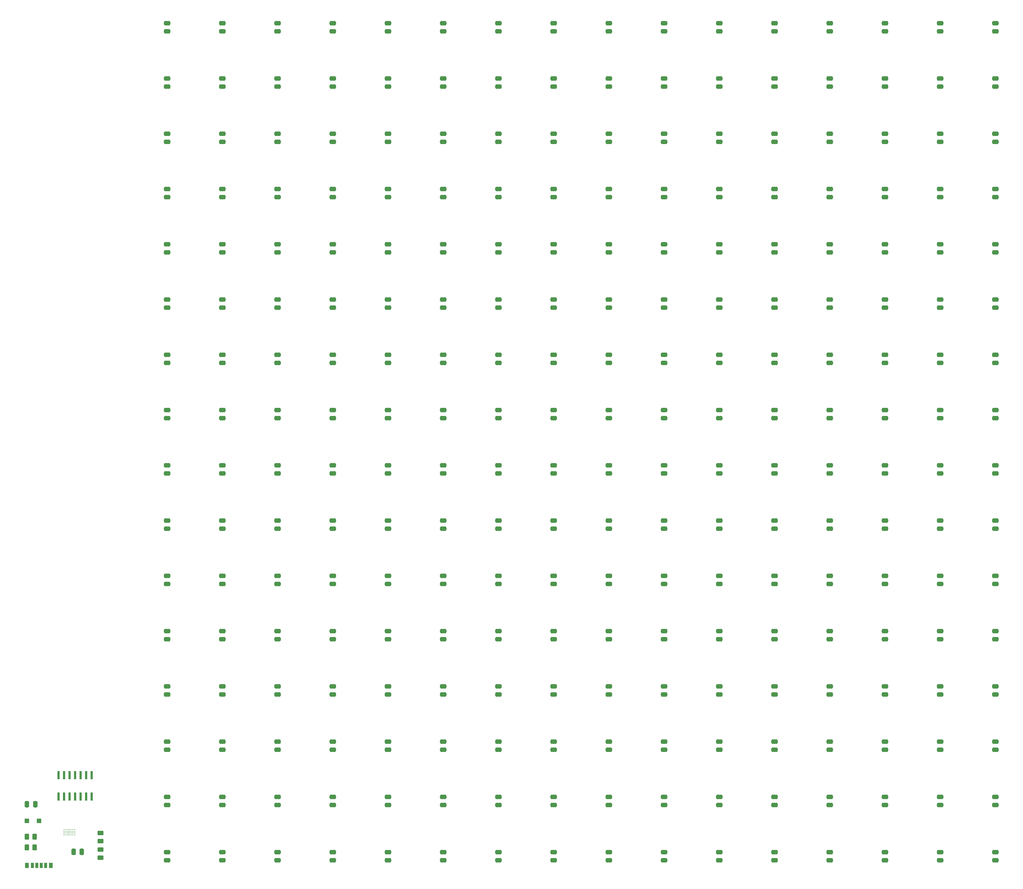
<source format=gbr>
%TF.GenerationSoftware,KiCad,Pcbnew,(7.0.0-0)*%
%TF.CreationDate,2023-09-26T09:25:19-06:00*%
%TF.ProjectId,led-matrix-v2-0,6c65642d-6d61-4747-9269-782d76322d30,4*%
%TF.SameCoordinates,Original*%
%TF.FileFunction,Paste,Bot*%
%TF.FilePolarity,Positive*%
%FSLAX46Y46*%
G04 Gerber Fmt 4.6, Leading zero omitted, Abs format (unit mm)*
G04 Created by KiCad (PCBNEW (7.0.0-0)) date 2023-09-26 09:25:19*
%MOMM*%
%LPD*%
G01*
G04 APERTURE LIST*
G04 Aperture macros list*
%AMRoundRect*
0 Rectangle with rounded corners*
0 $1 Rounding radius*
0 $2 $3 $4 $5 $6 $7 $8 $9 X,Y pos of 4 corners*
0 Add a 4 corners polygon primitive as box body*
4,1,4,$2,$3,$4,$5,$6,$7,$8,$9,$2,$3,0*
0 Add four circle primitives for the rounded corners*
1,1,$1+$1,$2,$3*
1,1,$1+$1,$4,$5*
1,1,$1+$1,$6,$7*
1,1,$1+$1,$8,$9*
0 Add four rect primitives between the rounded corners*
20,1,$1+$1,$2,$3,$4,$5,0*
20,1,$1+$1,$4,$5,$6,$7,0*
20,1,$1+$1,$6,$7,$8,$9,0*
20,1,$1+$1,$8,$9,$2,$3,0*%
G04 Aperture macros list end*
%ADD10RoundRect,0.250000X-0.475000X0.250000X-0.475000X-0.250000X0.475000X-0.250000X0.475000X0.250000X0*%
%ADD11R,0.558800X1.981200*%
%ADD12RoundRect,0.250000X-0.450000X0.262500X-0.450000X-0.262500X0.450000X-0.262500X0.450000X0.262500X0*%
%ADD13RoundRect,0.250000X0.262500X0.450000X-0.262500X0.450000X-0.262500X-0.450000X0.262500X-0.450000X0*%
%ADD14RoundRect,0.250000X0.300000X0.300000X-0.300000X0.300000X-0.300000X-0.300000X0.300000X-0.300000X0*%
%ADD15RoundRect,0.250000X0.250000X0.475000X-0.250000X0.475000X-0.250000X-0.475000X0.250000X-0.475000X0*%
%ADD16R,0.700000X1.150000*%
%ADD17R,0.800000X1.150000*%
%ADD18R,0.900000X1.150000*%
%ADD19RoundRect,0.250000X0.450000X-0.262500X0.450000X0.262500X-0.450000X0.262500X-0.450000X-0.262500X0*%
%ADD20C,0.230000*%
G04 APERTURE END LIST*
D10*
%TO.C,C228*%
X235712000Y-100650000D03*
X235712000Y-102550000D03*
%TD*%
%TO.C,C36*%
X134112000Y-202250000D03*
X134112000Y-204150000D03*
%TD*%
%TO.C,C19*%
X108712000Y-214950000D03*
X108712000Y-216850000D03*
%TD*%
%TO.C,C90*%
X223012000Y-164150000D03*
X223012000Y-166050000D03*
%TD*%
%TO.C,C208*%
X197612000Y-138750000D03*
X197612000Y-140650000D03*
%TD*%
%TO.C,C153*%
X121412000Y-49850000D03*
X121412000Y-51750000D03*
%TD*%
%TO.C,C47*%
X146812000Y-227650000D03*
X146812000Y-229550000D03*
%TD*%
%TO.C,C200*%
X184912000Y-49850000D03*
X184912000Y-51750000D03*
%TD*%
%TO.C,C28*%
X121412000Y-189550000D03*
X121412000Y-191450000D03*
%TD*%
%TO.C,C173*%
X146812000Y-100650000D03*
X146812000Y-102550000D03*
%TD*%
%TO.C,C220*%
X223012000Y-87950000D03*
X223012000Y-89850000D03*
%TD*%
%TO.C,C113*%
X261112000Y-240350000D03*
X261112000Y-242250000D03*
%TD*%
%TO.C,C100*%
X235712000Y-202250000D03*
X235712000Y-204150000D03*
%TD*%
%TO.C,C162*%
X134112000Y-126050000D03*
X134112000Y-127950000D03*
%TD*%
%TO.C,C215*%
X210312000Y-62550000D03*
X210312000Y-64450000D03*
%TD*%
%TO.C,C27*%
X121412000Y-176850000D03*
X121412000Y-178750000D03*
%TD*%
%TO.C,C53*%
X159512000Y-189550000D03*
X159512000Y-191450000D03*
%TD*%
%TO.C,C59*%
X172212000Y-176850000D03*
X172212000Y-178750000D03*
%TD*%
%TO.C,C256*%
X273812000Y-138750000D03*
X273812000Y-140650000D03*
%TD*%
%TO.C,C125*%
X273812000Y-202250000D03*
X273812000Y-204150000D03*
%TD*%
%TO.C,C23*%
X108712000Y-164150000D03*
X108712000Y-166050000D03*
%TD*%
%TO.C,C167*%
X134112000Y-62550000D03*
X134112000Y-64450000D03*
%TD*%
%TO.C,C108*%
X248412000Y-189550000D03*
X248412000Y-191450000D03*
%TD*%
%TO.C,C166*%
X134112000Y-75250000D03*
X134112000Y-77150000D03*
%TD*%
%TO.C,C52*%
X159512000Y-202250000D03*
X159512000Y-204150000D03*
%TD*%
%TO.C,C140*%
X96012000Y-87950000D03*
X96012000Y-89850000D03*
%TD*%
%TO.C,C150*%
X108712000Y-75250000D03*
X108712000Y-77150000D03*
%TD*%
%TO.C,C135*%
X83312000Y-62550000D03*
X83312000Y-64450000D03*
%TD*%
%TO.C,C211*%
X210312000Y-113350000D03*
X210312000Y-115250000D03*
%TD*%
%TO.C,C73*%
X197612000Y-151450000D03*
X197612000Y-153350000D03*
%TD*%
%TO.C,C172*%
X146812000Y-87950000D03*
X146812000Y-89850000D03*
%TD*%
%TO.C,C196*%
X184912000Y-100650000D03*
X184912000Y-102550000D03*
%TD*%
%TO.C,C199*%
X184912000Y-62550000D03*
X184912000Y-64450000D03*
%TD*%
%TO.C,C65*%
X184912000Y-240350000D03*
X184912000Y-242250000D03*
%TD*%
%TO.C,C4*%
X83312000Y-202250000D03*
X83312000Y-204150000D03*
%TD*%
%TO.C,C239*%
X248412000Y-126050000D03*
X248412000Y-127950000D03*
%TD*%
%TO.C,C78*%
X197612000Y-214950000D03*
X197612000Y-216850000D03*
%TD*%
%TO.C,C242*%
X261112000Y-126050000D03*
X261112000Y-127950000D03*
%TD*%
%TO.C,C243*%
X261112000Y-113350000D03*
X261112000Y-115250000D03*
%TD*%
%TO.C,C210*%
X210312000Y-126050000D03*
X210312000Y-127950000D03*
%TD*%
%TO.C,C88*%
X210312000Y-151450000D03*
X210312000Y-153350000D03*
%TD*%
%TO.C,C67*%
X184912000Y-214950000D03*
X184912000Y-216850000D03*
%TD*%
%TO.C,C231*%
X235712000Y-62550000D03*
X235712000Y-64450000D03*
%TD*%
%TO.C,C112*%
X248412000Y-240350000D03*
X248412000Y-242250000D03*
%TD*%
%TO.C,C136*%
X83312000Y-49850000D03*
X83312000Y-51750000D03*
%TD*%
%TO.C,C193*%
X184912000Y-138750000D03*
X184912000Y-140650000D03*
%TD*%
%TO.C,C17*%
X108712000Y-240350000D03*
X108712000Y-242250000D03*
%TD*%
%TO.C,C158*%
X121412000Y-113350000D03*
X121412000Y-115250000D03*
%TD*%
%TO.C,C160*%
X121412000Y-138750000D03*
X121412000Y-140650000D03*
%TD*%
D11*
%TO.C,U1*%
X65909999Y-227563799D03*
X64639999Y-227563799D03*
X63369999Y-227563799D03*
X62099999Y-227563799D03*
X60829999Y-227563799D03*
X59559999Y-227563799D03*
X58289999Y-227563799D03*
X58289999Y-222636199D03*
X59559999Y-222636199D03*
X60829999Y-222636199D03*
X62099999Y-222636199D03*
X63369999Y-222636199D03*
X64639999Y-222636199D03*
X65909999Y-222636199D03*
%TD*%
D10*
%TO.C,C101*%
X235712000Y-189550000D03*
X235712000Y-191450000D03*
%TD*%
%TO.C,C185*%
X172212000Y-49850000D03*
X172212000Y-51750000D03*
%TD*%
%TO.C,C99*%
X235712000Y-214950000D03*
X235712000Y-216850000D03*
%TD*%
%TO.C,C76*%
X197612000Y-189550000D03*
X197612000Y-191450000D03*
%TD*%
%TO.C,C70*%
X184912000Y-176850000D03*
X184912000Y-178750000D03*
%TD*%
%TO.C,C84*%
X210312000Y-202250000D03*
X210312000Y-204150000D03*
%TD*%
%TO.C,C226*%
X235712000Y-126050000D03*
X235712000Y-127950000D03*
%TD*%
%TO.C,C72*%
X184912000Y-151450000D03*
X184912000Y-153350000D03*
%TD*%
%TO.C,C223*%
X223012000Y-126050000D03*
X223012000Y-127950000D03*
%TD*%
%TO.C,C50*%
X159512000Y-227650000D03*
X159512000Y-229550000D03*
%TD*%
%TO.C,C39*%
X134112000Y-164150000D03*
X134112000Y-166050000D03*
%TD*%
%TO.C,C41*%
X146812000Y-151450000D03*
X146812000Y-153350000D03*
%TD*%
%TO.C,C25*%
X121412000Y-151450000D03*
X121412000Y-153350000D03*
%TD*%
%TO.C,C33*%
X134112000Y-240350000D03*
X134112000Y-242250000D03*
%TD*%
%TO.C,C232*%
X235712000Y-49850000D03*
X235712000Y-51750000D03*
%TD*%
%TO.C,C109*%
X248412000Y-202250000D03*
X248412000Y-204150000D03*
%TD*%
%TO.C,C44*%
X146812000Y-189550000D03*
X146812000Y-191450000D03*
%TD*%
%TO.C,C251*%
X273812000Y-75250000D03*
X273812000Y-77150000D03*
%TD*%
%TO.C,C168*%
X134112000Y-49850000D03*
X134112000Y-51750000D03*
%TD*%
%TO.C,C130*%
X83312000Y-126050000D03*
X83312000Y-127950000D03*
%TD*%
%TO.C,C222*%
X223012000Y-113350000D03*
X223012000Y-115250000D03*
%TD*%
%TO.C,C147*%
X108712000Y-113350000D03*
X108712000Y-115250000D03*
%TD*%
%TO.C,C237*%
X248412000Y-100650000D03*
X248412000Y-102550000D03*
%TD*%
%TO.C,C82*%
X210312000Y-227650000D03*
X210312000Y-229550000D03*
%TD*%
%TO.C,C1*%
X83312000Y-240350000D03*
X83312000Y-242250000D03*
%TD*%
%TO.C,C213*%
X210312000Y-87950000D03*
X210312000Y-89850000D03*
%TD*%
%TO.C,C35*%
X134112000Y-214950000D03*
X134112000Y-216850000D03*
%TD*%
%TO.C,C77*%
X197612000Y-202250000D03*
X197612000Y-204150000D03*
%TD*%
%TO.C,C138*%
X96012000Y-62550000D03*
X96012000Y-64450000D03*
%TD*%
%TO.C,C204*%
X197612000Y-87950000D03*
X197612000Y-89850000D03*
%TD*%
%TO.C,C157*%
X121412000Y-100650000D03*
X121412000Y-102550000D03*
%TD*%
%TO.C,C155*%
X121412000Y-75250000D03*
X121412000Y-77150000D03*
%TD*%
%TO.C,C119*%
X261112000Y-164150000D03*
X261112000Y-166050000D03*
%TD*%
%TO.C,C206*%
X197612000Y-113350000D03*
X197612000Y-115250000D03*
%TD*%
%TO.C,C61*%
X172212000Y-202250000D03*
X172212000Y-204150000D03*
%TD*%
D12*
%TO.C,R4*%
X68000000Y-239775000D03*
X68000000Y-241600000D03*
%TD*%
D10*
%TO.C,C207*%
X197612000Y-126050000D03*
X197612000Y-127950000D03*
%TD*%
%TO.C,C221*%
X223012000Y-100650000D03*
X223012000Y-102550000D03*
%TD*%
%TO.C,C230*%
X235712000Y-75250000D03*
X235712000Y-77150000D03*
%TD*%
%TO.C,C9*%
X96012000Y-151450000D03*
X96012000Y-153350000D03*
%TD*%
%TO.C,C79*%
X197612000Y-227650000D03*
X197612000Y-229550000D03*
%TD*%
%TO.C,C252*%
X273812000Y-87950000D03*
X273812000Y-89850000D03*
%TD*%
%TO.C,C143*%
X96012000Y-126050000D03*
X96012000Y-127950000D03*
%TD*%
%TO.C,C188*%
X172212000Y-87950000D03*
X172212000Y-89850000D03*
%TD*%
%TO.C,C121*%
X273812000Y-151450000D03*
X273812000Y-153350000D03*
%TD*%
%TO.C,C192*%
X172212000Y-138750000D03*
X172212000Y-140650000D03*
%TD*%
D13*
%TO.C,R1*%
X52825000Y-239300000D03*
X51000000Y-239300000D03*
%TD*%
D10*
%TO.C,C7*%
X83312000Y-164150000D03*
X83312000Y-166050000D03*
%TD*%
%TO.C,C16*%
X96012000Y-240350000D03*
X96012000Y-242250000D03*
%TD*%
%TO.C,C152*%
X108712000Y-49850000D03*
X108712000Y-51750000D03*
%TD*%
%TO.C,C187*%
X172212000Y-75250000D03*
X172212000Y-77150000D03*
%TD*%
%TO.C,C212*%
X210312000Y-100650000D03*
X210312000Y-102550000D03*
%TD*%
%TO.C,C198*%
X184912000Y-75250000D03*
X184912000Y-77150000D03*
%TD*%
%TO.C,C194*%
X184912000Y-126050000D03*
X184912000Y-127950000D03*
%TD*%
%TO.C,C144*%
X96012000Y-138750000D03*
X96012000Y-140650000D03*
%TD*%
%TO.C,C129*%
X83312000Y-138750000D03*
X83312000Y-140650000D03*
%TD*%
%TO.C,C142*%
X96012000Y-113350000D03*
X96012000Y-115250000D03*
%TD*%
%TO.C,C191*%
X172212000Y-126050000D03*
X172212000Y-127950000D03*
%TD*%
%TO.C,C37*%
X134112000Y-189550000D03*
X134112000Y-191450000D03*
%TD*%
%TO.C,C248*%
X261112000Y-49850000D03*
X261112000Y-51750000D03*
%TD*%
%TO.C,C240*%
X248412000Y-138750000D03*
X248412000Y-140650000D03*
%TD*%
%TO.C,C159*%
X121412000Y-126050000D03*
X121412000Y-127950000D03*
%TD*%
%TO.C,C236*%
X248412000Y-87950000D03*
X248412000Y-89850000D03*
%TD*%
%TO.C,C137*%
X96012000Y-49850000D03*
X96012000Y-51750000D03*
%TD*%
%TO.C,C95*%
X223012000Y-227650000D03*
X223012000Y-229550000D03*
%TD*%
%TO.C,C224*%
X223012000Y-138750000D03*
X223012000Y-140650000D03*
%TD*%
%TO.C,C55*%
X159512000Y-164150000D03*
X159512000Y-166050000D03*
%TD*%
%TO.C,C169*%
X146812000Y-49850000D03*
X146812000Y-51750000D03*
%TD*%
%TO.C,C146*%
X108712000Y-126050000D03*
X108712000Y-127950000D03*
%TD*%
%TO.C,C132*%
X83312000Y-100650000D03*
X83312000Y-102550000D03*
%TD*%
%TO.C,C209*%
X210312000Y-138750000D03*
X210312000Y-140650000D03*
%TD*%
%TO.C,C244*%
X261112000Y-100650000D03*
X261112000Y-102550000D03*
%TD*%
%TO.C,C31*%
X121412000Y-227650000D03*
X121412000Y-229550000D03*
%TD*%
D14*
%TO.C,D257*%
X53800000Y-233200000D03*
X51000000Y-233200000D03*
%TD*%
D10*
%TO.C,C64*%
X172212000Y-240350000D03*
X172212000Y-242250000D03*
%TD*%
%TO.C,C18*%
X108712000Y-227650000D03*
X108712000Y-229550000D03*
%TD*%
%TO.C,C56*%
X159512000Y-151450000D03*
X159512000Y-153350000D03*
%TD*%
%TO.C,C80*%
X197612000Y-240350000D03*
X197612000Y-242250000D03*
%TD*%
%TO.C,C134*%
X83312000Y-75250000D03*
X83312000Y-77150000D03*
%TD*%
D15*
%TO.C,C257*%
X52950000Y-229400000D03*
X51050000Y-229400000D03*
%TD*%
D10*
%TO.C,C111*%
X248412000Y-227650000D03*
X248412000Y-229550000D03*
%TD*%
%TO.C,C69*%
X184912000Y-189550000D03*
X184912000Y-191450000D03*
%TD*%
D16*
%TO.C,J2*%
X54299999Y-243394999D03*
D17*
X52279999Y-243394999D03*
D18*
X51049999Y-243394999D03*
D16*
X53299999Y-243394999D03*
D17*
X55319999Y-243394999D03*
D18*
X56549999Y-243394999D03*
%TD*%
D10*
%TO.C,C93*%
X223012000Y-202250000D03*
X223012000Y-204150000D03*
%TD*%
%TO.C,C184*%
X159512000Y-49850000D03*
X159512000Y-51750000D03*
%TD*%
%TO.C,C66*%
X184912000Y-227650000D03*
X184912000Y-229550000D03*
%TD*%
%TO.C,C87*%
X210312000Y-164150000D03*
X210312000Y-166050000D03*
%TD*%
%TO.C,C5*%
X83312000Y-189550000D03*
X83312000Y-191450000D03*
%TD*%
%TO.C,C171*%
X146812000Y-75250000D03*
X146812000Y-77150000D03*
%TD*%
%TO.C,C20*%
X108712000Y-202250000D03*
X108712000Y-204150000D03*
%TD*%
%TO.C,C68*%
X184912000Y-202250000D03*
X184912000Y-204150000D03*
%TD*%
%TO.C,C81*%
X210312000Y-240350000D03*
X210312000Y-242250000D03*
%TD*%
%TO.C,C156*%
X121412000Y-87950000D03*
X121412000Y-89850000D03*
%TD*%
%TO.C,C107*%
X248412000Y-176850000D03*
X248412000Y-178750000D03*
%TD*%
%TO.C,C98*%
X235712000Y-227650000D03*
X235712000Y-229550000D03*
%TD*%
%TO.C,C216*%
X210312000Y-49850000D03*
X210312000Y-51750000D03*
%TD*%
%TO.C,C63*%
X172212000Y-227650000D03*
X172212000Y-229550000D03*
%TD*%
%TO.C,C13*%
X96012000Y-202250000D03*
X96012000Y-204150000D03*
%TD*%
%TO.C,C180*%
X159512000Y-100650000D03*
X159512000Y-102550000D03*
%TD*%
%TO.C,C106*%
X248412000Y-164150000D03*
X248412000Y-166050000D03*
%TD*%
%TO.C,C15*%
X96012000Y-227650000D03*
X96012000Y-229550000D03*
%TD*%
%TO.C,C38*%
X134112000Y-176850000D03*
X134112000Y-178750000D03*
%TD*%
%TO.C,C22*%
X108712000Y-176850000D03*
X108712000Y-178750000D03*
%TD*%
%TO.C,C115*%
X261112000Y-214950000D03*
X261112000Y-216850000D03*
%TD*%
%TO.C,C148*%
X108712000Y-100650000D03*
X108712000Y-102550000D03*
%TD*%
%TO.C,C49*%
X159512000Y-240350000D03*
X159512000Y-242250000D03*
%TD*%
%TO.C,C190*%
X172212000Y-113350000D03*
X172212000Y-115250000D03*
%TD*%
%TO.C,C58*%
X172212000Y-164150000D03*
X172212000Y-166050000D03*
%TD*%
%TO.C,C197*%
X184912000Y-87950000D03*
X184912000Y-89850000D03*
%TD*%
%TO.C,C118*%
X261112000Y-176850000D03*
X261112000Y-178750000D03*
%TD*%
D15*
%TO.C,C258*%
X63650000Y-240300000D03*
X61750000Y-240300000D03*
%TD*%
D10*
%TO.C,C149*%
X108712000Y-87950000D03*
X108712000Y-89850000D03*
%TD*%
%TO.C,C57*%
X172212000Y-151450000D03*
X172212000Y-153350000D03*
%TD*%
%TO.C,C219*%
X223012000Y-75250000D03*
X223012000Y-77150000D03*
%TD*%
%TO.C,C189*%
X172212000Y-100650000D03*
X172212000Y-102550000D03*
%TD*%
%TO.C,C127*%
X273812000Y-227650000D03*
X273812000Y-229550000D03*
%TD*%
%TO.C,C203*%
X197612000Y-75250000D03*
X197612000Y-77150000D03*
%TD*%
%TO.C,C235*%
X248412000Y-75250000D03*
X248412000Y-77150000D03*
%TD*%
%TO.C,C30*%
X121412000Y-214950000D03*
X121412000Y-216850000D03*
%TD*%
%TO.C,C42*%
X146812000Y-164150000D03*
X146812000Y-166050000D03*
%TD*%
%TO.C,C54*%
X159512000Y-176850000D03*
X159512000Y-178750000D03*
%TD*%
%TO.C,C181*%
X159512000Y-87950000D03*
X159512000Y-89850000D03*
%TD*%
%TO.C,C46*%
X146812000Y-214950000D03*
X146812000Y-216850000D03*
%TD*%
%TO.C,C126*%
X273812000Y-214950000D03*
X273812000Y-216850000D03*
%TD*%
%TO.C,C2*%
X83312000Y-227650000D03*
X83312000Y-229550000D03*
%TD*%
%TO.C,C8*%
X83312000Y-151450000D03*
X83312000Y-153350000D03*
%TD*%
%TO.C,C154*%
X121412000Y-62550000D03*
X121412000Y-64450000D03*
%TD*%
%TO.C,C225*%
X235712000Y-138750000D03*
X235712000Y-140650000D03*
%TD*%
%TO.C,C250*%
X273812000Y-62550000D03*
X273812000Y-64450000D03*
%TD*%
%TO.C,C164*%
X134112000Y-100650000D03*
X134112000Y-102550000D03*
%TD*%
%TO.C,C247*%
X261112000Y-62550000D03*
X261112000Y-64450000D03*
%TD*%
%TO.C,C89*%
X223012000Y-151450000D03*
X223012000Y-153350000D03*
%TD*%
%TO.C,C92*%
X223012000Y-189550000D03*
X223012000Y-191450000D03*
%TD*%
%TO.C,C94*%
X223012000Y-214950000D03*
X223012000Y-216850000D03*
%TD*%
%TO.C,C217*%
X223012000Y-49850000D03*
X223012000Y-51750000D03*
%TD*%
%TO.C,C12*%
X96012000Y-189550000D03*
X96012000Y-191450000D03*
%TD*%
%TO.C,C43*%
X146812000Y-176850000D03*
X146812000Y-178750000D03*
%TD*%
%TO.C,C34*%
X134112000Y-227650000D03*
X134112000Y-229550000D03*
%TD*%
%TO.C,C234*%
X248412000Y-62550000D03*
X248412000Y-64450000D03*
%TD*%
%TO.C,C227*%
X235712000Y-113350000D03*
X235712000Y-115250000D03*
%TD*%
%TO.C,C201*%
X197612000Y-49850000D03*
X197612000Y-51750000D03*
%TD*%
%TO.C,C122*%
X273812000Y-164150000D03*
X273812000Y-166050000D03*
%TD*%
%TO.C,C86*%
X210312000Y-176850000D03*
X210312000Y-178750000D03*
%TD*%
%TO.C,C179*%
X159512000Y-113350000D03*
X159512000Y-115250000D03*
%TD*%
%TO.C,C195*%
X184912000Y-113350000D03*
X184912000Y-115250000D03*
%TD*%
%TO.C,C139*%
X96012000Y-75250000D03*
X96012000Y-77150000D03*
%TD*%
%TO.C,C29*%
X121412000Y-202250000D03*
X121412000Y-204150000D03*
%TD*%
%TO.C,C253*%
X273812000Y-100650000D03*
X273812000Y-102550000D03*
%TD*%
%TO.C,C104*%
X235712000Y-151450000D03*
X235712000Y-153350000D03*
%TD*%
%TO.C,C85*%
X210312000Y-189550000D03*
X210312000Y-191450000D03*
%TD*%
%TO.C,C48*%
X146812000Y-240350000D03*
X146812000Y-242250000D03*
%TD*%
D19*
%TO.C,R3*%
X68000000Y-237800000D03*
X68000000Y-235975000D03*
%TD*%
D13*
%TO.C,R2*%
X52825000Y-236800000D03*
X51000000Y-236800000D03*
%TD*%
D10*
%TO.C,C178*%
X159512000Y-126050000D03*
X159512000Y-127950000D03*
%TD*%
%TO.C,C21*%
X108712000Y-189550000D03*
X108712000Y-191450000D03*
%TD*%
%TO.C,C255*%
X273812000Y-126050000D03*
X273812000Y-127950000D03*
%TD*%
%TO.C,C249*%
X273812000Y-49850000D03*
X273812000Y-51750000D03*
%TD*%
%TO.C,C202*%
X197612000Y-62550000D03*
X197612000Y-64450000D03*
%TD*%
%TO.C,C218*%
X223012000Y-62550000D03*
X223012000Y-64450000D03*
%TD*%
%TO.C,C105*%
X248412000Y-151450000D03*
X248412000Y-153350000D03*
%TD*%
%TO.C,C10*%
X96012000Y-164150000D03*
X96012000Y-166050000D03*
%TD*%
%TO.C,C102*%
X235712000Y-176850000D03*
X235712000Y-178750000D03*
%TD*%
%TO.C,C103*%
X235712000Y-164150000D03*
X235712000Y-166050000D03*
%TD*%
%TO.C,C110*%
X248412000Y-214950000D03*
X248412000Y-216850000D03*
%TD*%
%TO.C,C71*%
X184912000Y-164150000D03*
X184912000Y-166050000D03*
%TD*%
%TO.C,C11*%
X96012000Y-176850000D03*
X96012000Y-178750000D03*
%TD*%
%TO.C,C97*%
X235712000Y-240350000D03*
X235712000Y-242250000D03*
%TD*%
%TO.C,C74*%
X197612000Y-164150000D03*
X197612000Y-166050000D03*
%TD*%
%TO.C,C233*%
X248412000Y-49850000D03*
X248412000Y-51750000D03*
%TD*%
%TO.C,C114*%
X261112000Y-227650000D03*
X261112000Y-229550000D03*
%TD*%
%TO.C,C124*%
X273812000Y-189550000D03*
X273812000Y-191450000D03*
%TD*%
%TO.C,C254*%
X273812000Y-113350000D03*
X273812000Y-115250000D03*
%TD*%
%TO.C,C117*%
X261112000Y-189550000D03*
X261112000Y-191450000D03*
%TD*%
%TO.C,C177*%
X159512000Y-138750000D03*
X159512000Y-140650000D03*
%TD*%
%TO.C,C51*%
X159512000Y-214950000D03*
X159512000Y-216850000D03*
%TD*%
%TO.C,C123*%
X273812000Y-176850000D03*
X273812000Y-178750000D03*
%TD*%
%TO.C,C83*%
X210312000Y-214950000D03*
X210312000Y-216850000D03*
%TD*%
%TO.C,C141*%
X96012000Y-100650000D03*
X96012000Y-102550000D03*
%TD*%
%TO.C,C40*%
X134112000Y-151450000D03*
X134112000Y-153350000D03*
%TD*%
%TO.C,C62*%
X172212000Y-214950000D03*
X172212000Y-216850000D03*
%TD*%
%TO.C,C163*%
X134112000Y-113350000D03*
X134112000Y-115250000D03*
%TD*%
%TO.C,C26*%
X121412000Y-164150000D03*
X121412000Y-166050000D03*
%TD*%
%TO.C,C245*%
X261112000Y-87950000D03*
X261112000Y-89850000D03*
%TD*%
%TO.C,C14*%
X96012000Y-214950000D03*
X96012000Y-216850000D03*
%TD*%
%TO.C,C120*%
X261112000Y-151450000D03*
X261112000Y-153350000D03*
%TD*%
%TO.C,C3*%
X83312000Y-214950000D03*
X83312000Y-216850000D03*
%TD*%
%TO.C,C60*%
X172212000Y-189550000D03*
X172212000Y-191450000D03*
%TD*%
%TO.C,C170*%
X146812000Y-62550000D03*
X146812000Y-64450000D03*
%TD*%
%TO.C,C32*%
X121412000Y-240350000D03*
X121412000Y-242250000D03*
%TD*%
%TO.C,C186*%
X172212000Y-62550000D03*
X172212000Y-64450000D03*
%TD*%
%TO.C,C182*%
X159512000Y-75250000D03*
X159512000Y-77150000D03*
%TD*%
%TO.C,C75*%
X197612000Y-176850000D03*
X197612000Y-178750000D03*
%TD*%
%TO.C,C96*%
X223012000Y-240350000D03*
X223012000Y-242250000D03*
%TD*%
%TO.C,C175*%
X146812000Y-126050000D03*
X146812000Y-127950000D03*
%TD*%
%TO.C,C246*%
X261112000Y-75250000D03*
X261112000Y-77150000D03*
%TD*%
%TO.C,C214*%
X210312000Y-75250000D03*
X210312000Y-77150000D03*
%TD*%
D20*
%TO.C,U2*%
X59600000Y-235200000D03*
X59600000Y-235600000D03*
X59600000Y-236000000D03*
X59600000Y-236400000D03*
X60000000Y-235200000D03*
X60000000Y-235600000D03*
X60000000Y-236000000D03*
X60000000Y-236400000D03*
X60400000Y-235200000D03*
X60400000Y-235600000D03*
X60400000Y-236000000D03*
X60400000Y-236400000D03*
X60800000Y-235200000D03*
X60800000Y-235600000D03*
X60800000Y-236000000D03*
X60800000Y-236400000D03*
X61200000Y-235200000D03*
X61200000Y-235600000D03*
X61200000Y-236000000D03*
X61200000Y-236400000D03*
X61600000Y-235200000D03*
X61600000Y-235600000D03*
X61600000Y-236000000D03*
X61600000Y-236400000D03*
X62000000Y-235200000D03*
X62000000Y-235600000D03*
X62000000Y-236000000D03*
X62000000Y-236400000D03*
%TD*%
D10*
%TO.C,C6*%
X83312000Y-176850000D03*
X83312000Y-178750000D03*
%TD*%
%TO.C,C183*%
X159512000Y-62550000D03*
X159512000Y-64450000D03*
%TD*%
%TO.C,C176*%
X146812000Y-138750000D03*
X146812000Y-140650000D03*
%TD*%
%TO.C,C131*%
X83312000Y-113350000D03*
X83312000Y-115250000D03*
%TD*%
%TO.C,C238*%
X248412000Y-113350000D03*
X248412000Y-115250000D03*
%TD*%
%TO.C,C229*%
X235712000Y-87950000D03*
X235712000Y-89850000D03*
%TD*%
%TO.C,C205*%
X197612000Y-100650000D03*
X197612000Y-102550000D03*
%TD*%
%TO.C,C45*%
X146812000Y-202250000D03*
X146812000Y-204150000D03*
%TD*%
%TO.C,C165*%
X134112000Y-87950000D03*
X134112000Y-89850000D03*
%TD*%
%TO.C,C133*%
X83312000Y-87950000D03*
X83312000Y-89850000D03*
%TD*%
%TO.C,C24*%
X108712000Y-151450000D03*
X108712000Y-153350000D03*
%TD*%
%TO.C,C174*%
X146812000Y-113350000D03*
X146812000Y-115250000D03*
%TD*%
%TO.C,C128*%
X273812000Y-240350000D03*
X273812000Y-242250000D03*
%TD*%
%TO.C,C91*%
X223012000Y-176850000D03*
X223012000Y-178750000D03*
%TD*%
%TO.C,C241*%
X261112000Y-138750000D03*
X261112000Y-140650000D03*
%TD*%
%TO.C,C161*%
X134112000Y-138750000D03*
X134112000Y-140650000D03*
%TD*%
%TO.C,C151*%
X108712000Y-62550000D03*
X108712000Y-64450000D03*
%TD*%
%TO.C,C145*%
X108712000Y-138750000D03*
X108712000Y-140650000D03*
%TD*%
%TO.C,C116*%
X261112000Y-202250000D03*
X261112000Y-204150000D03*
%TD*%
M02*

</source>
